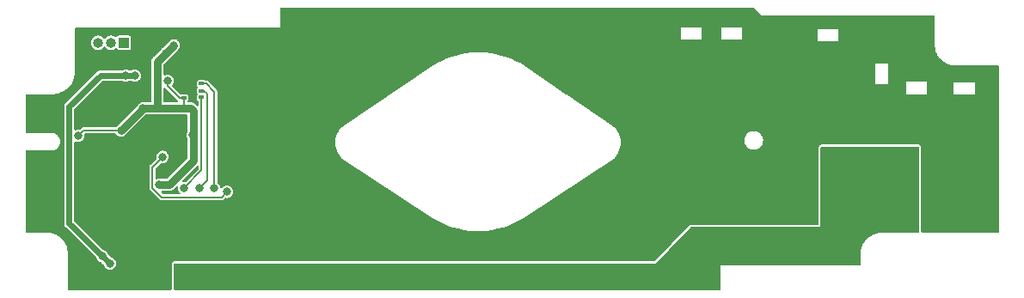
<source format=gbr>
%TF.GenerationSoftware,KiCad,Pcbnew,(7.0.0-40-g49f6a63a06)*%
%TF.CreationDate,2023-02-16T00:57:38+00:00*%
%TF.ProjectId,OPSX,4f505358-2e6b-4696-9361-645f70636258,rev?*%
%TF.SameCoordinates,PX6578900PY6a86820*%
%TF.FileFunction,Copper,L2,Bot*%
%TF.FilePolarity,Positive*%
%FSLAX46Y46*%
G04 Gerber Fmt 4.6, Leading zero omitted, Abs format (unit mm)*
G04 Created by KiCad (PCBNEW (7.0.0-40-g49f6a63a06)) date 2023-02-16 00:57:38*
%MOMM*%
%LPD*%
G01*
G04 APERTURE LIST*
%TA.AperFunction,ComponentPad*%
%ADD10C,0.600000*%
%TD*%
%TA.AperFunction,SMDPad,CuDef*%
%ADD11R,0.500000X1.600000*%
%TD*%
%TA.AperFunction,ComponentPad*%
%ADD12R,1.000000X1.000000*%
%TD*%
%TA.AperFunction,ComponentPad*%
%ADD13O,1.000000X1.000000*%
%TD*%
%TA.AperFunction,SMDPad,CuDef*%
%ADD14R,0.475000X0.300000*%
%TD*%
%TA.AperFunction,SMDPad,CuDef*%
%ADD15R,0.650000X1.350000*%
%TD*%
%TA.AperFunction,ViaPad*%
%ADD16C,0.800000*%
%TD*%
%TA.AperFunction,Conductor*%
%ADD17C,0.200000*%
%TD*%
%TA.AperFunction,Conductor*%
%ADD18C,0.800000*%
%TD*%
%TA.AperFunction,Conductor*%
%ADD19C,0.600000*%
%TD*%
G04 APERTURE END LIST*
D10*
%TO.P,U2,57,GND*%
%TO.N,GND*%
X6905000Y12525000D03*
X8180000Y12525000D03*
X9455000Y12525000D03*
X6905000Y13800000D03*
X8180000Y13800000D03*
X9455000Y13800000D03*
X6905000Y15075000D03*
X8180000Y15075000D03*
X9455000Y15075000D03*
%TD*%
%TO.P,U4,7,PAD*%
%TO.N,GND*%
X8200000Y4350000D03*
D11*
X8199999Y3899999D03*
D10*
X8200000Y3450000D03*
%TD*%
D12*
%TO.P,J1,1,Pin_1*%
%TO.N,VBUS*%
X3792499Y22749999D03*
D13*
%TO.P,J1,2,Pin_2*%
%TO.N,/USB_D-*%
X2522499Y22749999D03*
%TO.P,J1,3,Pin_3*%
%TO.N,/USB_D+*%
X1252499Y22749999D03*
%TO.P,J1,4,Pin_4*%
%TO.N,GND*%
X-17499Y22749999D03*
%TD*%
D14*
%TO.P,U5,1,VCC*%
%TO.N,+3V3*%
X9684999Y17339999D03*
%TO.P,U5,2,GND*%
%TO.N,GND*%
X9684999Y17989999D03*
%TO.P,U5,3,AD*%
X9684999Y18689999D03*
%TO.P,U5,4,INT*%
%TO.N,Net-(R18-Pad1)*%
X11434999Y18714999D03*
%TO.P,U5,5,SCL*%
%TO.N,/GPIO11*%
X11434999Y18014999D03*
%TO.P,U5,6,SDA*%
%TO.N,/GPIO10*%
X11434999Y17364999D03*
D15*
%TO.P,U5,7,EP*%
%TO.N,GND*%
X10559999Y17989999D03*
%TD*%
D16*
%TO.N,GND*%
X13300000Y20400000D03*
X88500000Y11100002D03*
X74800000Y21800000D03*
X9300000Y19900000D03*
X55800000Y14000000D03*
X19000000Y20400000D03*
X79000000Y15800000D03*
X62500000Y11900000D03*
X19000000Y23300000D03*
X84300000Y7600000D03*
X88500000Y15200000D03*
X5800000Y20800000D03*
X-3900000Y5800000D03*
X15100000Y6500000D03*
X62500000Y14000000D03*
X88500000Y13833334D03*
X72800000Y18600000D03*
X62500000Y20100000D03*
X12900000Y3500000D03*
X58100000Y20100000D03*
X-3900000Y15100000D03*
X17100000Y20400000D03*
X66900000Y20100000D03*
X60300000Y20100000D03*
X19000000Y21900000D03*
X74300000Y15800000D03*
X64700000Y20100000D03*
X17150000Y13900000D03*
X15100000Y2000000D03*
X-3900000Y7300000D03*
X17150000Y12700000D03*
X-800000Y2400000D03*
X88500000Y9733336D03*
X4600000Y20800000D03*
X74800000Y18600000D03*
X1200000Y4200000D03*
X60300000Y11900000D03*
X80700000Y15800000D03*
X53500000Y20100000D03*
X9300000Y21300000D03*
X55800000Y5800000D03*
X85100000Y4800000D03*
X15100000Y20400000D03*
X-3900000Y8800000D03*
X17150000Y15100000D03*
X14000000Y5000000D03*
X83100000Y5000000D03*
X14000000Y2000000D03*
X62500000Y5800000D03*
X14000000Y3500000D03*
X83200000Y7900000D03*
X-3900000Y16400000D03*
X74800000Y20200000D03*
X53500000Y5800000D03*
X72800000Y20200000D03*
X1500000Y8350000D03*
X64700000Y5800000D03*
X72800000Y15800000D03*
X2700000Y10900000D03*
X7500000Y6600000D03*
X4500000Y10000000D03*
X60300000Y14000000D03*
X15100000Y3500000D03*
X75800000Y15800000D03*
X72800000Y21800000D03*
X60300000Y5800000D03*
X88500000Y16566666D03*
X12900000Y5000000D03*
X58100000Y14000000D03*
X15100000Y5000000D03*
X200000Y5350000D03*
X12900000Y2000000D03*
X-3900000Y10300000D03*
X84100000Y5000000D03*
X58100000Y11900000D03*
X6500000Y6600000D03*
X8500000Y6600000D03*
X55800000Y20100000D03*
X88500000Y8366666D03*
X58100000Y5800000D03*
X17150000Y11500000D03*
X88500000Y12466668D03*
X66900000Y5800000D03*
X55800000Y11900000D03*
X77300000Y15800000D03*
%TO.N,+3V3*%
X8700000Y22500000D03*
X10581165Y13700500D03*
X7950000Y21750000D03*
X7280000Y8749500D03*
X8250000Y8750000D03*
X8084177Y19001629D03*
X5659260Y16254417D03*
X-700500Y13575000D03*
X3500000Y14100500D03*
%TO.N,+6V*%
X66300000Y3100000D03*
X1650000Y1700000D03*
X12900000Y500000D03*
X67600000Y3100000D03*
X79560000Y10400000D03*
X14000000Y500000D03*
X76440000Y11800000D03*
X10700000Y-600000D03*
X11800000Y500000D03*
X68800000Y3100000D03*
X78000000Y11800000D03*
X15100000Y500000D03*
X73320000Y11800000D03*
X4850000Y19500000D03*
X74880000Y11800000D03*
X12900000Y-600000D03*
X14000000Y-600000D03*
X66300000Y2200000D03*
X9600000Y-600000D03*
X73320000Y10400000D03*
X78000000Y10400000D03*
X79560000Y11800000D03*
X2400000Y1000000D03*
X68800000Y2200000D03*
X15100000Y-600000D03*
X76440000Y10400000D03*
X67600000Y2200000D03*
X74880000Y10400000D03*
X81120000Y10400000D03*
X81120000Y11800000D03*
X11800000Y-600000D03*
X3950000Y19500000D03*
%TO.N,Net-(R18-Pad1)*%
X12700000Y8400000D03*
%TO.N,/GPIO4*%
X13950000Y8050000D03*
X7600000Y11500000D03*
%TO.N,/GPIO10*%
X9700000Y8425000D03*
%TO.N,/GPIO11*%
X11200000Y8400000D03*
%TD*%
D17*
%TO.N,+3V3*%
X-175000Y14100500D02*
X-700500Y13575000D01*
D18*
X10650000Y11150000D02*
X10650000Y16000000D01*
D17*
X9685000Y17340000D02*
X9685000Y16485000D01*
X9247500Y17340000D02*
X9685000Y17340000D01*
X9685000Y16485000D02*
X9500000Y16300000D01*
X8084177Y19001629D02*
X8084177Y18503323D01*
D18*
X7280500Y8750000D02*
X7280000Y8749500D01*
D17*
X3500000Y14100500D02*
X-175000Y14100500D01*
D18*
X8250000Y8750000D02*
X10650000Y11150000D01*
X10350000Y16300000D02*
X9500000Y16300000D01*
X8700000Y22500000D02*
X7950000Y21750000D01*
D17*
X8084177Y18503323D02*
X9247500Y17340000D01*
D18*
X9500000Y16300000D02*
X7100000Y16300000D01*
X7100000Y16300000D02*
X5699500Y16300000D01*
X10650000Y16000000D02*
X10350000Y16300000D01*
X5699500Y16300000D02*
X3500000Y14100500D01*
X7100000Y20900000D02*
X7950000Y21750000D01*
X7100000Y16300000D02*
X7100000Y20900000D01*
X8250000Y8750000D02*
X7280500Y8750000D01*
D19*
%TO.N,+6V*%
X1650000Y1700000D02*
X1700000Y1700000D01*
X1700000Y1700000D02*
X2400000Y1000000D01*
X1450000Y19500000D02*
X3950000Y19500000D01*
X-1600000Y4950000D02*
X-1600000Y16450000D01*
X3950000Y19500000D02*
X4850000Y19500000D01*
X-1600000Y16450000D02*
X1450000Y19500000D01*
X1650000Y1700000D02*
X-1600000Y4950000D01*
D17*
%TO.N,Net-(R18-Pad1)*%
X12700000Y8400000D02*
X12700000Y17887500D01*
X11872500Y18715000D02*
X11435000Y18715000D01*
X12700000Y17887500D02*
X11872500Y18715000D01*
%TO.N,/GPIO4*%
X6580489Y10480489D02*
X7600000Y11500000D01*
X6580489Y8459752D02*
X6580489Y10480489D01*
X13400000Y7500000D02*
X7540241Y7500000D01*
X13950000Y8050000D02*
X13400000Y7500000D01*
X7540241Y7500000D02*
X6580489Y8459752D01*
%TO.N,/GPIO10*%
X9700000Y8425000D02*
X11435000Y10160000D01*
X11435000Y10160000D02*
X11435000Y17365000D01*
%TO.N,/GPIO11*%
X11972011Y9172011D02*
X11972011Y17727989D01*
X11685000Y18015000D02*
X11435000Y18015000D01*
X11200000Y8400000D02*
X11972011Y9172011D01*
X11972011Y17727989D02*
X11685000Y18015000D01*
%TD*%
%TA.AperFunction,Conductor*%
%TO.N,GND*%
G36*
X9050412Y8606176D02*
G01*
X9093936Y8564054D01*
X9104779Y8504464D01*
X9100654Y8473129D01*
X9094318Y8425000D01*
X9095165Y8418566D01*
X9114108Y8274674D01*
X9114109Y8274669D01*
X9114956Y8268238D01*
X9117439Y8262242D01*
X9117440Y8262241D01*
X9165934Y8145165D01*
X9175464Y8122159D01*
X9271718Y7996718D01*
X9276871Y7992764D01*
X9296057Y7978042D01*
X9330527Y7928238D01*
X9329536Y7867677D01*
X9293455Y7819028D01*
X9235790Y7800500D01*
X7705720Y7800500D01*
X7667834Y7808036D01*
X7635716Y7829496D01*
X7484716Y7980496D01*
X7457622Y8031186D01*
X7463256Y8088386D01*
X7499719Y8132815D01*
X7554720Y8149500D01*
X8204151Y8149500D01*
X8217072Y8148654D01*
X8250000Y8144318D01*
X8406762Y8164956D01*
X8552841Y8225464D01*
X8570569Y8239067D01*
X8678282Y8321718D01*
X8698505Y8348076D01*
X8707028Y8357795D01*
X8936624Y8587391D01*
X8990499Y8615063D01*
X9050412Y8606176D01*
G37*
%TD.AperFunction*%
%TA.AperFunction,Conductor*%
G36*
X11073386Y10637722D02*
G01*
X11117815Y10601259D01*
X11134500Y10546258D01*
X11134500Y10325479D01*
X11126964Y10287593D01*
X11105504Y10255475D01*
X9894208Y9044181D01*
X9856027Y9020439D01*
X9811282Y9016032D01*
X9706434Y9029835D01*
X9700000Y9030682D01*
X9693566Y9029835D01*
X9693565Y9029835D01*
X9620536Y9020221D01*
X9560946Y9031064D01*
X9518824Y9074588D01*
X9509937Y9134501D01*
X9537609Y9188376D01*
X10965496Y10616263D01*
X11016186Y10643356D01*
X11073386Y10637722D01*
G37*
%TD.AperFunction*%
%TA.AperFunction,Conductor*%
G36*
X65810746Y26187969D02*
G01*
X65841968Y26168283D01*
X66605629Y25456759D01*
X66605667Y25456667D01*
X66605775Y25456623D01*
X66605781Y25456617D01*
X66605863Y25456587D01*
X66605951Y25456550D01*
X66605960Y25456550D01*
X66606069Y25456509D01*
X66606159Y25456550D01*
X83536150Y25456550D01*
X83585650Y25443287D01*
X83621887Y25407050D01*
X83635150Y25357550D01*
X83635150Y22592850D01*
X83635150Y22592350D01*
X83635147Y22456117D01*
X83635569Y22452906D01*
X83635570Y22452901D01*
X83670280Y22189205D01*
X83670281Y22189196D01*
X83670705Y22185981D01*
X83671542Y22182855D01*
X83671545Y22182843D01*
X83740383Y21925921D01*
X83741220Y21922798D01*
X83742455Y21919815D01*
X83742458Y21919808D01*
X83844242Y21674073D01*
X83844245Y21674066D01*
X83845486Y21671071D01*
X83847106Y21668265D01*
X83847109Y21668259D01*
X83910483Y21558491D01*
X83981717Y21435108D01*
X83983686Y21432542D01*
X83983690Y21432536D01*
X84067637Y21323134D01*
X84147583Y21218945D01*
X84340245Y21026283D01*
X84447293Y20944143D01*
X84547733Y20867073D01*
X84556408Y20860417D01*
X84792371Y20724186D01*
X85044098Y20619920D01*
X85307281Y20549405D01*
X85577417Y20513847D01*
X85713650Y20513850D01*
X85714150Y20513850D01*
X89872250Y20513850D01*
X89921750Y20500587D01*
X89957987Y20464350D01*
X89971250Y20414850D01*
X89971250Y4122450D01*
X89957987Y4072950D01*
X89921750Y4036713D01*
X89872250Y4023450D01*
X82404500Y4023450D01*
X82355000Y4036713D01*
X82318763Y4072950D01*
X82305500Y4122450D01*
X82305500Y12397759D01*
X82305500Y12401000D01*
X82298498Y12454185D01*
X82285235Y12503685D01*
X82264706Y12553249D01*
X82232047Y12595810D01*
X82195810Y12632047D01*
X82185813Y12639718D01*
X82158402Y12660752D01*
X82158401Y12660753D01*
X82153249Y12664706D01*
X82132435Y12673327D01*
X82106677Y12683996D01*
X82106673Y12683998D01*
X82103685Y12685235D01*
X82100559Y12686073D01*
X82100555Y12686074D01*
X82057315Y12697660D01*
X82057305Y12697662D01*
X82054185Y12698498D01*
X82050980Y12698920D01*
X82050970Y12698922D01*
X82004213Y12705077D01*
X82004212Y12705078D01*
X82001000Y12705500D01*
X72499000Y12705500D01*
X72495788Y12705078D01*
X72495786Y12705077D01*
X72449029Y12698922D01*
X72449016Y12698920D01*
X72445815Y12698498D01*
X72442697Y12697663D01*
X72442684Y12697660D01*
X72399444Y12686074D01*
X72399435Y12686072D01*
X72396315Y12685235D01*
X72393331Y12684000D01*
X72393322Y12683996D01*
X72352750Y12667191D01*
X72352748Y12667191D01*
X72346751Y12664706D01*
X72341601Y12660755D01*
X72341597Y12660752D01*
X72306765Y12634024D01*
X72306755Y12634016D01*
X72304190Y12632047D01*
X72301908Y12629766D01*
X72301900Y12629758D01*
X72270242Y12598100D01*
X72270234Y12598092D01*
X72267953Y12595810D01*
X72265984Y12593245D01*
X72265976Y12593235D01*
X72239248Y12558403D01*
X72239245Y12558399D01*
X72235294Y12553249D01*
X72232809Y12547252D01*
X72232809Y12547250D01*
X72216004Y12506678D01*
X72216000Y12506669D01*
X72214765Y12503685D01*
X72213928Y12500565D01*
X72213926Y12500556D01*
X72202340Y12457316D01*
X72202337Y12457303D01*
X72201502Y12454185D01*
X72201080Y12450984D01*
X72201078Y12450971D01*
X72197465Y12423522D01*
X72194500Y12401000D01*
X72194500Y12397759D01*
X72194500Y4904500D01*
X72181237Y4855000D01*
X72145000Y4818763D01*
X72095500Y4805500D01*
X59642674Y4805500D01*
X59640185Y4805246D01*
X59640167Y4805245D01*
X59603644Y4801516D01*
X59603625Y4801514D01*
X59601146Y4801260D01*
X59598695Y4800755D01*
X59598680Y4800752D01*
X59566896Y4794193D01*
X59561958Y4793174D01*
X59557337Y4791183D01*
X59557330Y4791180D01*
X59490309Y4762291D01*
X59490304Y4762289D01*
X59485682Y4760296D01*
X59481555Y4757409D01*
X59481552Y4757407D01*
X59454956Y4738800D01*
X59454946Y4738793D01*
X59452896Y4737358D01*
X59451004Y4735725D01*
X59450988Y4735712D01*
X59423217Y4711734D01*
X59423206Y4711724D01*
X59421299Y4710077D01*
X59419572Y4708250D01*
X59419560Y4708237D01*
X56140720Y1236524D01*
X56107934Y1213586D01*
X56068746Y1205500D01*
X8799000Y1205500D01*
X8795788Y1205078D01*
X8795786Y1205077D01*
X8749029Y1198922D01*
X8749016Y1198920D01*
X8745815Y1198498D01*
X8742697Y1197663D01*
X8742684Y1197660D01*
X8699444Y1186074D01*
X8699435Y1186072D01*
X8696315Y1185235D01*
X8693331Y1184000D01*
X8693322Y1183996D01*
X8652750Y1167191D01*
X8652748Y1167191D01*
X8646751Y1164706D01*
X8641601Y1160755D01*
X8641597Y1160752D01*
X8606765Y1134024D01*
X8606755Y1134016D01*
X8604190Y1132047D01*
X8601908Y1129766D01*
X8601900Y1129758D01*
X8570242Y1098100D01*
X8570234Y1098092D01*
X8567953Y1095810D01*
X8565984Y1093245D01*
X8565976Y1093235D01*
X8539248Y1058403D01*
X8539245Y1058399D01*
X8535294Y1053249D01*
X8532809Y1047252D01*
X8532809Y1047250D01*
X8516004Y1006678D01*
X8516000Y1006669D01*
X8514765Y1003685D01*
X8513928Y1000565D01*
X8513926Y1000556D01*
X8502340Y957316D01*
X8502337Y957303D01*
X8501502Y954185D01*
X8501080Y950984D01*
X8501078Y950971D01*
X8494923Y904214D01*
X8494500Y901000D01*
X8494500Y897759D01*
X8494500Y-1515850D01*
X8481237Y-1565350D01*
X8445000Y-1601587D01*
X8395500Y-1614850D01*
X-1645850Y-1614850D01*
X-1695350Y-1601587D01*
X-1731587Y-1565350D01*
X-1744850Y-1515850D01*
X-1744849Y1078460D01*
X-1744848Y1992349D01*
X-1744849Y1992350D01*
X-1744852Y2126056D01*
X-1779787Y2391378D01*
X-1849055Y2649871D01*
X-1951469Y2897111D01*
X-2085277Y3128869D01*
X-2248190Y3341180D01*
X-2437420Y3530410D01*
X-2439979Y3532374D01*
X-2439984Y3532378D01*
X-2647169Y3691357D01*
X-2649731Y3693323D01*
X-2652527Y3694938D01*
X-2652531Y3694940D01*
X-2878681Y3825510D01*
X-2878684Y3825512D01*
X-2881489Y3827131D01*
X-2884480Y3828370D01*
X-2884482Y3828371D01*
X-3125739Y3928307D01*
X-3125747Y3928310D01*
X-3128729Y3929545D01*
X-3131851Y3930382D01*
X-3131861Y3930385D01*
X-3384090Y3997974D01*
X-3384095Y3997975D01*
X-3387222Y3998813D01*
X-3407610Y4001498D01*
X-3649333Y4033326D01*
X-3649345Y4033327D01*
X-3652544Y4033748D01*
X-3655772Y4033749D01*
X-3655785Y4033749D01*
X-3786251Y4033752D01*
X-5812250Y4033752D01*
X-5861750Y4047015D01*
X-5897987Y4083252D01*
X-5911250Y4132752D01*
X-5911250Y4986073D01*
X-2104359Y4986073D01*
X-2103854Y4979012D01*
X-2103854Y4979010D01*
X-2100752Y4935644D01*
X-2100500Y4928581D01*
X-2100500Y4914201D01*
X-2100000Y4910717D01*
X-2099998Y4910701D01*
X-2098453Y4899958D01*
X-2097698Y4892937D01*
X-2094091Y4842517D01*
X-2091620Y4835889D01*
X-2091618Y4835884D01*
X-2091467Y4835480D01*
X-2086236Y4814986D01*
X-2086175Y4814557D01*
X-2086173Y4814548D01*
X-2085165Y4807543D01*
X-2082225Y4801104D01*
X-2082224Y4801103D01*
X-2064165Y4761559D01*
X-2061461Y4755030D01*
X-2046270Y4714300D01*
X-2046268Y4714296D01*
X-2043796Y4707669D01*
X-2039558Y4702008D01*
X-2039556Y4702004D01*
X-2039294Y4701655D01*
X-2028496Y4683456D01*
X-2025377Y4676627D01*
X-1992272Y4638422D01*
X-1987853Y4632938D01*
X-1979221Y4621407D01*
X-1976726Y4618912D01*
X-1969039Y4611225D01*
X-1964224Y4606052D01*
X-1931128Y4567857D01*
X-1924814Y4563799D01*
X-1908334Y4550520D01*
X1036039Y1606147D01*
X1054823Y1579935D01*
X1062128Y1555859D01*
X1062429Y1555939D01*
X1064109Y1549666D01*
X1064956Y1543238D01*
X1067435Y1537251D01*
X1067437Y1537247D01*
X1122980Y1403155D01*
X1125464Y1397159D01*
X1129413Y1392012D01*
X1129414Y1392011D01*
X1202436Y1296846D01*
X1221718Y1271718D01*
X1347159Y1175464D01*
X1493238Y1114956D01*
X1556644Y1106609D01*
X1587508Y1097247D01*
X1613726Y1078460D01*
X1786039Y906147D01*
X1804823Y879935D01*
X1812128Y855859D01*
X1812429Y855939D01*
X1814109Y849666D01*
X1814956Y843238D01*
X1817435Y837251D01*
X1817437Y837247D01*
X1872980Y703155D01*
X1875464Y697159D01*
X1879413Y692012D01*
X1879414Y692011D01*
X1953429Y595552D01*
X1971718Y571718D01*
X2097159Y475464D01*
X2243238Y414956D01*
X2400000Y394318D01*
X2556762Y414956D01*
X2702841Y475464D01*
X2828282Y571718D01*
X2924536Y697159D01*
X2985044Y843238D01*
X3005682Y1000000D01*
X2985044Y1156762D01*
X2924536Y1302841D01*
X2828282Y1428282D01*
X2702841Y1524536D01*
X2696847Y1527019D01*
X2696845Y1527020D01*
X2562753Y1582563D01*
X2562749Y1582565D01*
X2556762Y1585044D01*
X2550334Y1585891D01*
X2544061Y1587571D01*
X2544141Y1587872D01*
X2520065Y1595177D01*
X2493853Y1613961D01*
X2237647Y1870167D01*
X2216187Y1902286D01*
X2191550Y1961765D01*
X2174536Y2002841D01*
X2078282Y2128282D01*
X1986069Y2199039D01*
X1957989Y2220586D01*
X1957988Y2220587D01*
X1952841Y2224536D01*
X1946847Y2227019D01*
X1946845Y2227020D01*
X1812753Y2282563D01*
X1812749Y2282565D01*
X1806762Y2285044D01*
X1800334Y2285891D01*
X1794061Y2287571D01*
X1794141Y2287872D01*
X1770065Y2295177D01*
X1743853Y2313961D01*
X-1070504Y5128318D01*
X-1091964Y5160436D01*
X-1099500Y5198322D01*
X-1099500Y12942130D01*
X-1087810Y12988798D01*
X-1055502Y13024445D01*
X-1010204Y13040653D01*
X-962615Y13033594D01*
X-863263Y12992441D01*
X-863259Y12992440D01*
X-857262Y12989956D01*
X-700500Y12969318D01*
X-543738Y12989956D01*
X-397659Y13050464D01*
X-272218Y13146718D01*
X-175964Y13272159D01*
X-115456Y13418238D01*
X-94818Y13575000D01*
X-109469Y13686286D01*
X-105058Y13731043D01*
X-81301Y13769229D01*
X-79508Y13771023D01*
X-47395Y13792469D01*
X-9522Y13800000D01*
X2924846Y13800000D01*
X2968632Y13789790D01*
X3003387Y13761269D01*
X3071718Y13672218D01*
X3197159Y13575964D01*
X3343238Y13515456D01*
X3450134Y13501383D01*
X3468682Y13498941D01*
X3500000Y13494818D01*
X3656762Y13515456D01*
X3802841Y13575964D01*
X3819985Y13589119D01*
X3928282Y13672218D01*
X3948505Y13698576D01*
X3957028Y13708295D01*
X5919238Y15670504D01*
X5951357Y15691964D01*
X5989243Y15699500D01*
X7054151Y15699500D01*
X7067072Y15698654D01*
X7100000Y15694318D01*
X7132927Y15698654D01*
X7145849Y15699500D01*
X9460639Y15699500D01*
X9539361Y15699500D01*
X9950500Y15699500D01*
X10000000Y15686237D01*
X10036237Y15650000D01*
X10049500Y15600500D01*
X10049500Y14005823D01*
X10041964Y13967937D01*
X10010738Y13892550D01*
X9996121Y13857262D01*
X9995274Y13850834D01*
X9995273Y13850827D01*
X9982334Y13752541D01*
X9975483Y13700500D01*
X9976330Y13694066D01*
X9995273Y13550174D01*
X9995274Y13550169D01*
X9996121Y13543738D01*
X9998604Y13537742D01*
X9998605Y13537741D01*
X10041964Y13433063D01*
X10049500Y13395177D01*
X10049500Y11439743D01*
X10041964Y11401857D01*
X10020504Y11369739D01*
X8030261Y9379496D01*
X7998143Y9358036D01*
X7960257Y9350500D01*
X7326349Y9350500D01*
X7313427Y9351347D01*
X7280500Y9355682D01*
X7274066Y9354835D01*
X7241139Y9350500D01*
X7130173Y9335892D01*
X7130166Y9335891D01*
X7123738Y9335044D01*
X7117743Y9332561D01*
X7117740Y9332560D01*
X7017875Y9291194D01*
X6970285Y9284135D01*
X6924988Y9300342D01*
X6892679Y9335990D01*
X6880989Y9382658D01*
X6880989Y10315010D01*
X6888525Y10352896D01*
X6909985Y10385013D01*
X7405789Y10880819D01*
X7443970Y10904562D01*
X7488714Y10908969D01*
X7600000Y10894318D01*
X7756762Y10914956D01*
X7902841Y10975464D01*
X8028282Y11071718D01*
X8124536Y11197159D01*
X8185044Y11343238D01*
X8205682Y11500000D01*
X8185044Y11656762D01*
X8124536Y11802841D01*
X8028282Y11928282D01*
X7902841Y12024536D01*
X7896847Y12027019D01*
X7896845Y12027020D01*
X7762759Y12082560D01*
X7762758Y12082561D01*
X7756762Y12085044D01*
X7750331Y12085891D01*
X7750326Y12085892D01*
X7606434Y12104835D01*
X7600000Y12105682D01*
X7593566Y12104835D01*
X7449673Y12085892D01*
X7449666Y12085891D01*
X7443238Y12085044D01*
X7437243Y12082561D01*
X7437240Y12082560D01*
X7303154Y12027020D01*
X7303149Y12027018D01*
X7297159Y12024536D01*
X7292015Y12020589D01*
X7292010Y12020586D01*
X7176871Y11932237D01*
X7176866Y11932233D01*
X7171718Y11928282D01*
X7167767Y11923134D01*
X7167763Y11923129D01*
X7079414Y11807990D01*
X7079411Y11807985D01*
X7075464Y11802841D01*
X7072982Y11796851D01*
X7072980Y11796846D01*
X7017440Y11662760D01*
X7014956Y11656762D01*
X7014109Y11650334D01*
X7014108Y11650327D01*
X6996589Y11517250D01*
X6994318Y11500000D01*
X6995165Y11493566D01*
X7008968Y11388718D01*
X7004561Y11343973D01*
X6980819Y11305792D01*
X6405620Y10730593D01*
X6401630Y10727122D01*
X6396261Y10724447D01*
X6390084Y10717672D01*
X6390082Y10717670D01*
X6364630Y10689752D01*
X6361479Y10686452D01*
X6351552Y10676525D01*
X6351543Y10676515D01*
X6348315Y10673286D01*
X6345729Y10669514D01*
X6342810Y10665997D01*
X6342667Y10666116D01*
X6339746Y10662456D01*
X6326750Y10648199D01*
X6326748Y10648197D01*
X6320573Y10641422D01*
X6317261Y10632876D01*
X6317259Y10632871D01*
X6317018Y10632248D01*
X6306387Y10612080D01*
X6306019Y10611543D01*
X6306016Y10611539D01*
X6300833Y10603970D01*
X6298733Y10595043D01*
X6298731Y10595038D01*
X6294319Y10576282D01*
X6290266Y10563194D01*
X6283302Y10545218D01*
X6283300Y10545211D01*
X6279989Y10536662D01*
X6279989Y10527490D01*
X6279989Y10526837D01*
X6277359Y10504171D01*
X6277210Y10503539D01*
X6277209Y10503536D01*
X6275110Y10494608D01*
X6276376Y10485526D01*
X6276377Y10485526D01*
X6279040Y10466436D01*
X6279989Y10452758D01*
X6279989Y8512950D01*
X6279623Y8507678D01*
X6277716Y8501987D01*
X6278139Y8492825D01*
X6278139Y8492820D01*
X6279883Y8455110D01*
X6279989Y8450538D01*
X6279989Y8431908D01*
X6280831Y8427401D01*
X6281253Y8422853D01*
X6281055Y8422835D01*
X6281590Y8418176D01*
X6282480Y8398928D01*
X6282904Y8389760D01*
X6286874Y8380768D01*
X6293621Y8358980D01*
X6295428Y8349319D01*
X6300255Y8341522D01*
X6300256Y8341521D01*
X6310400Y8325137D01*
X6316789Y8313016D01*
X6328283Y8286987D01*
X6334767Y8280503D01*
X6335232Y8280038D01*
X6349397Y8262154D01*
X6354570Y8253800D01*
X6361892Y8248271D01*
X6377261Y8236665D01*
X6387605Y8227665D01*
X7290137Y7325133D01*
X7293608Y7321144D01*
X7296283Y7315772D01*
X7303059Y7309595D01*
X7330965Y7284155D01*
X7334272Y7280998D01*
X7347444Y7267826D01*
X7351214Y7265243D01*
X7354737Y7262318D01*
X7354603Y7262157D01*
X7358280Y7259254D01*
X7379308Y7240084D01*
X7388467Y7236536D01*
X7408657Y7225895D01*
X7416760Y7220344D01*
X7425688Y7218245D01*
X7425691Y7218243D01*
X7444448Y7213831D01*
X7457547Y7209775D01*
X7484068Y7199500D01*
X7493893Y7199500D01*
X7516559Y7196870D01*
X7516879Y7196796D01*
X7526122Y7194621D01*
X7554294Y7198552D01*
X7567972Y7199500D01*
X13346802Y7199500D01*
X13352074Y7199135D01*
X13357765Y7197227D01*
X13404641Y7199394D01*
X13409214Y7199500D01*
X13423265Y7199500D01*
X13427844Y7199500D01*
X13432344Y7200342D01*
X13436907Y7200765D01*
X13436926Y7200554D01*
X13441572Y7201102D01*
X13469992Y7202415D01*
X13478980Y7206385D01*
X13500778Y7213135D01*
X13510433Y7214939D01*
X13534617Y7229914D01*
X13546738Y7236302D01*
X13555303Y7240084D01*
X13572765Y7247794D01*
X13579713Y7254743D01*
X13597596Y7268908D01*
X13605952Y7274081D01*
X13623096Y7296785D01*
X13632082Y7307113D01*
X13755791Y7430822D01*
X13793971Y7454562D01*
X13838714Y7458969D01*
X13950000Y7444318D01*
X14106762Y7464956D01*
X14252841Y7525464D01*
X14378282Y7621718D01*
X14474536Y7747159D01*
X14535044Y7893238D01*
X14555682Y8050000D01*
X14535044Y8206762D01*
X14474536Y8352841D01*
X14378282Y8478282D01*
X14338550Y8508769D01*
X14257989Y8570586D01*
X14257988Y8570587D01*
X14252841Y8574536D01*
X14246847Y8577019D01*
X14246845Y8577020D01*
X14112759Y8632560D01*
X14112758Y8632561D01*
X14106762Y8635044D01*
X14100331Y8635891D01*
X14100326Y8635892D01*
X13956434Y8654835D01*
X13950000Y8655682D01*
X13943566Y8654835D01*
X13799673Y8635892D01*
X13799666Y8635891D01*
X13793238Y8635044D01*
X13787243Y8632561D01*
X13787240Y8632560D01*
X13653154Y8577020D01*
X13653149Y8577018D01*
X13647159Y8574536D01*
X13642015Y8570589D01*
X13642010Y8570586D01*
X13526871Y8482237D01*
X13526866Y8482233D01*
X13521718Y8478282D01*
X13517767Y8473134D01*
X13517766Y8473132D01*
X13474021Y8416122D01*
X13427301Y8382644D01*
X13369855Y8380763D01*
X13321047Y8411115D01*
X13297326Y8463468D01*
X13292612Y8499273D01*
X13285044Y8556762D01*
X13224536Y8702841D01*
X13128282Y8828282D01*
X13039231Y8896613D01*
X13010710Y8931368D01*
X13000500Y8975154D01*
X13000500Y12933513D01*
X24602979Y12933513D01*
X24603127Y12930295D01*
X24603127Y12930293D01*
X24615730Y12656272D01*
X24615889Y12652828D01*
X24616454Y12649652D01*
X24616455Y12649644D01*
X24664543Y12379357D01*
X24664544Y12379350D01*
X24665107Y12376190D01*
X24666073Y12373132D01*
X24666074Y12373131D01*
X24747689Y12114956D01*
X24749801Y12108277D01*
X24751158Y12105367D01*
X24751161Y12105359D01*
X24867178Y11856537D01*
X24867181Y11856531D01*
X24868540Y11853617D01*
X24870262Y11850908D01*
X24870266Y11850902D01*
X25016129Y11621527D01*
X25019316Y11616515D01*
X25021381Y11614045D01*
X25021384Y11614042D01*
X25190650Y11411656D01*
X25199580Y11400979D01*
X25302927Y11305899D01*
X25302952Y11305862D01*
X25302996Y11305833D01*
X25303338Y11305519D01*
X25303389Y11305575D01*
X25309702Y11301425D01*
X25309707Y11301421D01*
X33957158Y5616252D01*
X33957138Y5616223D01*
X33957926Y5615808D01*
X34187693Y5462659D01*
X34193961Y5459049D01*
X34666571Y5186852D01*
X34666581Y5186847D01*
X34667966Y5186049D01*
X35165260Y4941356D01*
X35677457Y4729625D01*
X36202374Y4551757D01*
X36737776Y4408509D01*
X37281382Y4300491D01*
X37830877Y4228165D01*
X38383919Y4191837D01*
X38938153Y4191663D01*
X39491218Y4227644D01*
X40040758Y4299625D01*
X40584432Y4407301D01*
X41119924Y4550213D01*
X41644952Y4727752D01*
X42157282Y4939162D01*
X42654729Y5183542D01*
X43135176Y5459851D01*
X43365778Y5613345D01*
X52009668Y11314198D01*
X52009717Y11314144D01*
X52010059Y11314455D01*
X52010108Y11314487D01*
X52010281Y11314741D01*
X52114011Y11409185D01*
X52295493Y11623990D01*
X52447473Y11860589D01*
X52567365Y12114956D01*
X52653130Y12382765D01*
X52703309Y12659458D01*
X52717048Y12940328D01*
X52701538Y13129850D01*
X64879480Y13129850D01*
X64880022Y13124693D01*
X64899163Y12942572D01*
X64899164Y12942565D01*
X64899706Y12937413D01*
X64901307Y12932484D01*
X64901308Y12932482D01*
X64929603Y12845400D01*
X64959500Y12753387D01*
X65056248Y12585814D01*
X65185723Y12442017D01*
X65189913Y12438973D01*
X65189915Y12438971D01*
X65242178Y12401000D01*
X65342265Y12328283D01*
X65519033Y12249581D01*
X65708302Y12209350D01*
X65896610Y12209350D01*
X65901798Y12209350D01*
X66091067Y12249581D01*
X66267835Y12328283D01*
X66424377Y12442017D01*
X66553852Y12585814D01*
X66650600Y12753387D01*
X66710394Y12937413D01*
X66730620Y13129850D01*
X66710394Y13322287D01*
X66650600Y13506313D01*
X66553852Y13673886D01*
X66424377Y13817683D01*
X66420187Y13820727D01*
X66420184Y13820730D01*
X66272025Y13928373D01*
X66272023Y13928374D01*
X66267835Y13931417D01*
X66263103Y13933524D01*
X66263101Y13933525D01*
X66095806Y14008009D01*
X66091067Y14010119D01*
X66086000Y14011197D01*
X66085994Y14011198D01*
X65906870Y14049272D01*
X65906869Y14049273D01*
X65901798Y14050350D01*
X65708302Y14050350D01*
X65703231Y14049273D01*
X65703229Y14049272D01*
X65524105Y14011198D01*
X65524097Y14011196D01*
X65519033Y14010119D01*
X65514296Y14008011D01*
X65514293Y14008009D01*
X65346998Y13933525D01*
X65346992Y13933522D01*
X65342265Y13931417D01*
X65338080Y13928377D01*
X65338074Y13928373D01*
X65189915Y13820730D01*
X65189907Y13820724D01*
X65185723Y13817683D01*
X65182256Y13813834D01*
X65182253Y13813830D01*
X65059720Y13677743D01*
X65059716Y13677739D01*
X65056248Y13673886D01*
X65053658Y13669401D01*
X65053655Y13669396D01*
X64962092Y13510803D01*
X64959500Y13506313D01*
X64957898Y13501385D01*
X64957898Y13501383D01*
X64901308Y13327219D01*
X64901307Y13327215D01*
X64899706Y13322287D01*
X64899164Y13317138D01*
X64899163Y13317129D01*
X64883166Y13164924D01*
X64879480Y13129850D01*
X52701538Y13129850D01*
X52694112Y13220597D01*
X52634894Y13495498D01*
X52540399Y13760352D01*
X52516537Y13806954D01*
X52413711Y14007774D01*
X52413708Y14007779D01*
X52412236Y14010654D01*
X52252585Y14242145D01*
X52064162Y14450889D01*
X52061706Y14452982D01*
X52061699Y14452989D01*
X51957204Y14542044D01*
X51957204Y14542045D01*
X51957189Y14542067D01*
X51957129Y14542108D01*
X51956824Y14542368D01*
X51957087Y14542675D01*
X51956988Y14542746D01*
X51956736Y14542376D01*
X47412285Y17642250D01*
X85513109Y17642250D01*
X85513150Y17642151D01*
X85513267Y17641867D01*
X85513650Y17641709D01*
X85513749Y17641750D01*
X87563551Y17641750D01*
X87563650Y17641709D01*
X87564033Y17641867D01*
X87564150Y17642151D01*
X87564191Y17642250D01*
X87564150Y17642349D01*
X87564150Y18842151D01*
X87564191Y18842250D01*
X87564033Y18842633D01*
X87563749Y18842750D01*
X87563650Y18842791D01*
X87563551Y18842750D01*
X85513749Y18842750D01*
X85513650Y18842791D01*
X85513551Y18842750D01*
X85513267Y18842633D01*
X85513109Y18842250D01*
X85513150Y18842151D01*
X85513150Y17642349D01*
X85513109Y17642250D01*
X47412285Y17642250D01*
X47338984Y17692250D01*
X80788109Y17692250D01*
X80788150Y17692151D01*
X80788267Y17691867D01*
X80788650Y17691709D01*
X80788749Y17691750D01*
X82838551Y17691750D01*
X82838650Y17691709D01*
X82839033Y17691867D01*
X82839150Y17692151D01*
X82839191Y17692250D01*
X82839150Y17692349D01*
X82839150Y18892151D01*
X82839191Y18892250D01*
X82839033Y18892633D01*
X82838749Y18892750D01*
X82838650Y18892791D01*
X82838551Y18892750D01*
X80788749Y18892750D01*
X80788650Y18892791D01*
X80788551Y18892750D01*
X80788267Y18892633D01*
X80788109Y18892250D01*
X80788150Y18892151D01*
X80788150Y17692349D01*
X80788109Y17692250D01*
X47338984Y17692250D01*
X45872973Y18692250D01*
X77813109Y18692250D01*
X77813150Y18692151D01*
X77813267Y18691867D01*
X77813650Y18691709D01*
X77813749Y18691750D01*
X79013551Y18691750D01*
X79013650Y18691709D01*
X79014033Y18691867D01*
X79014150Y18692151D01*
X79014191Y18692250D01*
X79014150Y18692349D01*
X79014150Y20692151D01*
X79014191Y20692250D01*
X79014033Y20692633D01*
X79013749Y20692750D01*
X79013650Y20692791D01*
X79013551Y20692750D01*
X77813749Y20692750D01*
X77813650Y20692791D01*
X77813551Y20692750D01*
X77813267Y20692633D01*
X77813109Y20692250D01*
X77813150Y20692151D01*
X77813150Y18692349D01*
X77813109Y18692250D01*
X45872973Y18692250D01*
X43414340Y20369340D01*
X43414343Y20369344D01*
X43414342Y20369345D01*
X43416696Y20372795D01*
X43416547Y20372887D01*
X43414229Y20369420D01*
X43413926Y20369622D01*
X43413943Y20369644D01*
X43206594Y20507864D01*
X43073626Y20585629D01*
X42777617Y20758747D01*
X42777611Y20758750D01*
X42776377Y20759472D01*
X42499999Y20900000D01*
X42333394Y20984713D01*
X42333385Y20984717D01*
X42332117Y20985362D01*
X42016083Y21123321D01*
X41876694Y21184169D01*
X41876686Y21184173D01*
X41875351Y21184755D01*
X41873997Y21185254D01*
X41873981Y21185260D01*
X41409012Y21356461D01*
X41409003Y21356464D01*
X41407656Y21356960D01*
X41406270Y21357380D01*
X41406260Y21357383D01*
X40932035Y21500964D01*
X40932014Y21500970D01*
X40930649Y21501383D01*
X40929257Y21501717D01*
X40929237Y21501722D01*
X40447387Y21617188D01*
X40447381Y21617190D01*
X40445980Y21617525D01*
X40444571Y21617777D01*
X40444567Y21617777D01*
X39956761Y21704727D01*
X39956750Y21704729D01*
X39955323Y21704983D01*
X39953875Y21705155D01*
X39953862Y21705156D01*
X39461834Y21763284D01*
X39461821Y21763286D01*
X39460375Y21763456D01*
X39458944Y21763541D01*
X39458913Y21763543D01*
X38964289Y21792657D01*
X38962845Y21792742D01*
X38961429Y21792743D01*
X38961397Y21792743D01*
X38714150Y21792750D01*
X38713650Y21792750D01*
X38713150Y21792750D01*
X38713150Y21792735D01*
X38713044Y21792721D01*
X38465903Y21792714D01*
X38465870Y21792714D01*
X38464456Y21792713D01*
X38463012Y21792629D01*
X38463011Y21792628D01*
X37968389Y21763514D01*
X37968355Y21763512D01*
X37966928Y21763427D01*
X37965484Y21763257D01*
X37965468Y21763255D01*
X37473441Y21705127D01*
X37473423Y21705125D01*
X37471981Y21704954D01*
X37470558Y21704701D01*
X37470542Y21704698D01*
X36982738Y21617748D01*
X36982727Y21617746D01*
X36981326Y21617496D01*
X36979930Y21617162D01*
X36979918Y21617159D01*
X36498069Y21501694D01*
X36498040Y21501687D01*
X36496658Y21501355D01*
X36495300Y21500944D01*
X36495271Y21500936D01*
X36021048Y21357356D01*
X36021028Y21357350D01*
X36019653Y21356933D01*
X36018315Y21356441D01*
X36018296Y21356434D01*
X35553329Y21185233D01*
X35553301Y21185222D01*
X35551960Y21184728D01*
X35550636Y21184151D01*
X35550616Y21184142D01*
X35096540Y20985924D01*
X35096515Y20985913D01*
X35095195Y20985336D01*
X35093897Y20984677D01*
X35093880Y20984668D01*
X34652250Y20760115D01*
X34652213Y20760095D01*
X34650937Y20759446D01*
X34649700Y20758723D01*
X34649666Y20758704D01*
X34221980Y20508577D01*
X34221962Y20508567D01*
X34220721Y20507840D01*
X34219528Y20507045D01*
X34219506Y20507031D01*
X34013457Y20369677D01*
X34012218Y20371536D01*
X34012077Y20371399D01*
X34013296Y20369570D01*
X34012956Y20369345D01*
X34011779Y20371111D01*
X34011770Y20371103D01*
X34012956Y20369345D01*
X34012956Y20369344D01*
X34012957Y20369344D01*
X34012958Y20369342D01*
X25365019Y14533540D01*
X25364727Y14533972D01*
X25364680Y14533939D01*
X25364985Y14533580D01*
X25364630Y14533278D01*
X25364567Y14533234D01*
X25364275Y14533652D01*
X25364210Y14533606D01*
X25364549Y14533208D01*
X25260118Y14444247D01*
X25260106Y14444236D01*
X25257658Y14442150D01*
X25255495Y14439757D01*
X25255491Y14439752D01*
X25071460Y14236052D01*
X25071449Y14236039D01*
X25069296Y14233655D01*
X25067466Y14231007D01*
X25067461Y14231000D01*
X24911406Y14005131D01*
X24911398Y14005118D01*
X24909577Y14002482D01*
X24908111Y13999630D01*
X24908105Y13999618D01*
X24782678Y13755416D01*
X24782674Y13755408D01*
X24781202Y13752541D01*
X24780115Y13749512D01*
X24780110Y13749499D01*
X24687431Y13491100D01*
X24686340Y13488057D01*
X24685654Y13484905D01*
X24685653Y13484901D01*
X24627279Y13216644D01*
X24627276Y13216628D01*
X24626596Y13213500D01*
X24626327Y13210315D01*
X24626325Y13210299D01*
X24603249Y12936721D01*
X24603248Y12936712D01*
X24602979Y12933513D01*
X13000500Y12933513D01*
X13000500Y17834301D01*
X13000865Y17839574D01*
X13002773Y17845264D01*
X13000606Y17892141D01*
X13000500Y17896713D01*
X13000500Y17910763D01*
X13000500Y17915344D01*
X12999657Y17919849D01*
X12999235Y17924404D01*
X12999446Y17924424D01*
X12998898Y17929069D01*
X12997585Y17957491D01*
X12993618Y17966475D01*
X12986864Y17988286D01*
X12985061Y17997933D01*
X12980233Y18005730D01*
X12980232Y18005734D01*
X12970086Y18022120D01*
X12963693Y18034248D01*
X12952206Y18060265D01*
X12945257Y18067214D01*
X12931089Y18085102D01*
X12930748Y18085652D01*
X12925919Y18093452D01*
X12918599Y18098980D01*
X12918598Y18098981D01*
X12903222Y18110592D01*
X12892879Y18119592D01*
X12122602Y18889869D01*
X12119132Y18893857D01*
X12116458Y18899228D01*
X12100134Y18914109D01*
X12081774Y18930847D01*
X12078466Y18934005D01*
X12068529Y18943942D01*
X12065297Y18947174D01*
X12061523Y18949760D01*
X12058005Y18952681D01*
X12058133Y18952836D01*
X12054461Y18955747D01*
X12033433Y18974916D01*
X12024880Y18978230D01*
X12024878Y18978231D01*
X12024265Y18978468D01*
X12004086Y18989105D01*
X12003552Y18989471D01*
X12003547Y18989473D01*
X11995981Y18994656D01*
X11987053Y18996756D01*
X11987051Y18996757D01*
X11968296Y19001168D01*
X11955203Y19005223D01*
X11937226Y19012187D01*
X11937223Y19012188D01*
X11928673Y19015500D01*
X11919502Y19015500D01*
X11918848Y19015500D01*
X11896182Y19018130D01*
X11895549Y19018279D01*
X11895546Y19018280D01*
X11886619Y19020379D01*
X11877536Y19019112D01*
X11858447Y19016449D01*
X11844769Y19015500D01*
X11838182Y19015500D01*
X11783180Y19032185D01*
X11758840Y19048449D01*
X11758838Y19048450D01*
X11750731Y19053867D01*
X11741167Y19055770D01*
X11741166Y19055770D01*
X11697011Y19064553D01*
X11697006Y19064554D01*
X11692248Y19065500D01*
X11177752Y19065500D01*
X11172994Y19064554D01*
X11172988Y19064553D01*
X11128833Y19055770D01*
X11128830Y19055769D01*
X11119269Y19053867D01*
X11111163Y19048451D01*
X11111159Y19048449D01*
X11061058Y19014972D01*
X11061055Y19014970D01*
X11052948Y19009552D01*
X11047530Y19001445D01*
X11047528Y19001442D01*
X11014051Y18951341D01*
X11014049Y18951337D01*
X11008633Y18943231D01*
X11006731Y18933670D01*
X11006730Y18933667D01*
X10997947Y18889512D01*
X10997946Y18889506D01*
X10997000Y18884748D01*
X10997000Y18545252D01*
X10997946Y18540494D01*
X10997947Y18540489D01*
X11006730Y18496334D01*
X11008633Y18486769D01*
X11014050Y18478662D01*
X11014051Y18478660D01*
X11052948Y18420448D01*
X11050450Y18418780D01*
X11066706Y18390623D01*
X11066706Y18339377D01*
X11050450Y18311221D01*
X11052948Y18309552D01*
X11014051Y18251341D01*
X11014049Y18251337D01*
X11008633Y18243231D01*
X11006731Y18233670D01*
X11006730Y18233667D01*
X10997947Y18189512D01*
X10997946Y18189506D01*
X10997000Y18184748D01*
X10997000Y17845252D01*
X10997946Y17840494D01*
X10997947Y17840489D01*
X11006403Y17797980D01*
X11008633Y17786769D01*
X11014050Y17778662D01*
X11014051Y17778660D01*
X11036541Y17745002D01*
X11053226Y17690000D01*
X11036541Y17634998D01*
X11014051Y17601341D01*
X11014049Y17601337D01*
X11008633Y17593231D01*
X11006731Y17583670D01*
X11006730Y17583667D01*
X10997947Y17539512D01*
X10997946Y17539506D01*
X10997000Y17534748D01*
X10997000Y17195252D01*
X10997946Y17190494D01*
X10997947Y17190489D01*
X11006730Y17146334D01*
X11008633Y17136769D01*
X11014050Y17128662D01*
X11014051Y17128660D01*
X11044112Y17083672D01*
X11052948Y17070448D01*
X11080168Y17052260D01*
X11090502Y17045355D01*
X11122810Y17009708D01*
X11134500Y16963040D01*
X11134500Y16603743D01*
X11117815Y16548742D01*
X11073386Y16512279D01*
X11016186Y16506645D01*
X10965496Y16533739D01*
X10807035Y16692200D01*
X10798497Y16701937D01*
X10794716Y16706865D01*
X10778282Y16728282D01*
X10712715Y16778593D01*
X10657989Y16820586D01*
X10657988Y16820587D01*
X10652841Y16824536D01*
X10646847Y16827019D01*
X10646845Y16827020D01*
X10512759Y16882560D01*
X10512758Y16882561D01*
X10506762Y16885044D01*
X10500331Y16885891D01*
X10500326Y16885892D01*
X10389361Y16900500D01*
X10356434Y16904835D01*
X10350000Y16905682D01*
X10317073Y16901347D01*
X10304151Y16900500D01*
X10155417Y16900500D01*
X10104521Y16914585D01*
X10068107Y16952832D01*
X10056536Y17004358D01*
X10073102Y17054502D01*
X10094326Y17086266D01*
X10111367Y17111769D01*
X10123000Y17170252D01*
X10123000Y17509748D01*
X10111367Y17568231D01*
X10067052Y17634552D01*
X10056105Y17641867D01*
X10008840Y17673449D01*
X10008838Y17673450D01*
X10000731Y17678867D01*
X9991167Y17680770D01*
X9991166Y17680770D01*
X9947011Y17689553D01*
X9947006Y17689554D01*
X9942248Y17690500D01*
X9427752Y17690500D01*
X9422989Y17689553D01*
X9422983Y17689552D01*
X9391419Y17683274D01*
X9343368Y17685635D01*
X9302103Y17710368D01*
X8542010Y18470461D01*
X8517596Y18510695D01*
X8514518Y18557656D01*
X8533472Y18600732D01*
X8608713Y18698788D01*
X8669221Y18844867D01*
X8689859Y19001629D01*
X8669221Y19158391D01*
X8608713Y19304470D01*
X8512459Y19429911D01*
X8501346Y19438438D01*
X8392166Y19522215D01*
X8392165Y19522216D01*
X8387018Y19526165D01*
X8381024Y19528648D01*
X8381022Y19528649D01*
X8246936Y19584189D01*
X8246935Y19584190D01*
X8240939Y19586673D01*
X8234508Y19587520D01*
X8234503Y19587521D01*
X8090611Y19606464D01*
X8084177Y19607311D01*
X8077743Y19606464D01*
X7933850Y19587521D01*
X7933843Y19587520D01*
X7927415Y19586673D01*
X7921425Y19584193D01*
X7921414Y19584189D01*
X7837385Y19549382D01*
X7789796Y19542323D01*
X7744498Y19558531D01*
X7712190Y19594178D01*
X7700500Y19640846D01*
X7700500Y20610257D01*
X7708036Y20648143D01*
X7729496Y20680260D01*
X8342197Y21292963D01*
X8351924Y21301495D01*
X8378282Y21321718D01*
X8398505Y21348076D01*
X8407028Y21357795D01*
X9092205Y22042972D01*
X9101924Y22051495D01*
X9128282Y22071718D01*
X9224536Y22197159D01*
X9285044Y22343238D01*
X9305682Y22500000D01*
X9285044Y22656762D01*
X9224536Y22802841D01*
X9155930Y22892250D01*
X72063109Y22892250D01*
X72063150Y22892151D01*
X72063267Y22891867D01*
X72063650Y22891709D01*
X72063749Y22891750D01*
X74113551Y22891750D01*
X74113650Y22891709D01*
X74114033Y22891867D01*
X74114150Y22892151D01*
X74114191Y22892250D01*
X74114150Y22892349D01*
X74114150Y24092151D01*
X74114191Y24092250D01*
X74114033Y24092633D01*
X74113749Y24092750D01*
X74113650Y24092791D01*
X74113551Y24092750D01*
X72063749Y24092750D01*
X72063650Y24092791D01*
X72063551Y24092750D01*
X72063267Y24092633D01*
X72063109Y24092250D01*
X72063150Y24092151D01*
X72063150Y22892349D01*
X72063109Y22892250D01*
X9155930Y22892250D01*
X9128282Y22928282D01*
X9002841Y23024536D01*
X8996847Y23027019D01*
X8996845Y23027020D01*
X8960076Y23042250D01*
X58663109Y23042250D01*
X58663150Y23042151D01*
X58663267Y23041867D01*
X58663650Y23041709D01*
X58663749Y23041750D01*
X60713551Y23041750D01*
X60713650Y23041709D01*
X60714033Y23041867D01*
X60714150Y23042151D01*
X60714191Y23042250D01*
X60714150Y23042349D01*
X60714150Y23092250D01*
X62613109Y23092250D01*
X62613150Y23092151D01*
X62613267Y23091867D01*
X62613650Y23091709D01*
X62613749Y23091750D01*
X64663551Y23091750D01*
X64663650Y23091709D01*
X64664033Y23091867D01*
X64664150Y23092151D01*
X64664191Y23092250D01*
X64664150Y23092349D01*
X64664150Y24292151D01*
X64664191Y24292250D01*
X64664033Y24292633D01*
X64663749Y24292750D01*
X64663650Y24292791D01*
X64663551Y24292750D01*
X62613749Y24292750D01*
X62613650Y24292791D01*
X62613551Y24292750D01*
X62613267Y24292633D01*
X62613109Y24292250D01*
X62613150Y24292151D01*
X62613150Y23092349D01*
X62613109Y23092250D01*
X60714150Y23092250D01*
X60714150Y24242151D01*
X60714191Y24242250D01*
X60714033Y24242633D01*
X60713749Y24242750D01*
X60713650Y24242791D01*
X60713551Y24242750D01*
X58663749Y24242750D01*
X58663650Y24242791D01*
X58663551Y24242750D01*
X58663267Y24242633D01*
X58663109Y24242250D01*
X58663150Y24242151D01*
X58663150Y23042349D01*
X58663109Y23042250D01*
X8960076Y23042250D01*
X8862759Y23082560D01*
X8862758Y23082561D01*
X8856762Y23085044D01*
X8850331Y23085891D01*
X8850326Y23085892D01*
X8706434Y23104835D01*
X8700000Y23105682D01*
X8693566Y23104835D01*
X8549673Y23085892D01*
X8549666Y23085891D01*
X8543238Y23085044D01*
X8537243Y23082561D01*
X8537240Y23082560D01*
X8403154Y23027020D01*
X8403149Y23027018D01*
X8397159Y23024536D01*
X8392015Y23020589D01*
X8392010Y23020586D01*
X8276865Y22932232D01*
X8276862Y22932230D01*
X8271718Y22928282D01*
X8267773Y22923142D01*
X8267767Y22923135D01*
X8251498Y22901933D01*
X8242962Y22892199D01*
X7557801Y22207038D01*
X7548067Y22198502D01*
X7526869Y22182236D01*
X7526863Y22182231D01*
X7521718Y22178282D01*
X7517770Y22173138D01*
X7517761Y22173128D01*
X7501498Y22151933D01*
X7492961Y22142197D01*
X6707801Y21357038D01*
X6698067Y21348502D01*
X6676869Y21332236D01*
X6676863Y21332231D01*
X6671718Y21328282D01*
X6667770Y21323138D01*
X6667767Y21323134D01*
X6647550Y21296785D01*
X6647549Y21296785D01*
X6579414Y21207991D01*
X6579408Y21207982D01*
X6575464Y21202841D01*
X6572983Y21196852D01*
X6572981Y21196848D01*
X6517440Y21062760D01*
X6514956Y21056762D01*
X6514109Y21050334D01*
X6514108Y21050327D01*
X6495165Y20906434D01*
X6494318Y20900000D01*
X6495165Y20893567D01*
X6498653Y20867073D01*
X6499500Y20854151D01*
X6499500Y16999500D01*
X6486237Y16950000D01*
X6450000Y16913763D01*
X6400500Y16900500D01*
X5745349Y16900500D01*
X5732427Y16901347D01*
X5699500Y16905682D01*
X5693066Y16904835D01*
X5660139Y16900500D01*
X5549173Y16885892D01*
X5549166Y16885891D01*
X5542738Y16885044D01*
X5536743Y16882561D01*
X5536740Y16882560D01*
X5402654Y16827020D01*
X5402649Y16827018D01*
X5396659Y16824536D01*
X5391515Y16820589D01*
X5391510Y16820586D01*
X5276365Y16732232D01*
X5276362Y16732230D01*
X5271218Y16728282D01*
X5267269Y16723137D01*
X5267266Y16723133D01*
X5251705Y16702855D01*
X5240398Y16691545D01*
X5240710Y16691233D01*
X5236127Y16686652D01*
X5230978Y16682699D01*
X5227027Y16677552D01*
X5225454Y16675978D01*
X5219847Y16669584D01*
X3107801Y14557538D01*
X3098067Y14549002D01*
X3076869Y14532736D01*
X3076863Y14532731D01*
X3071718Y14528782D01*
X3067770Y14523638D01*
X3067767Y14523634D01*
X3003387Y14439732D01*
X2968631Y14411210D01*
X2924845Y14401000D01*
X-121802Y14401000D01*
X-127075Y14401366D01*
X-132765Y14403273D01*
X-141929Y14402850D01*
X-141933Y14402850D01*
X-179642Y14401106D01*
X-184214Y14401000D01*
X-202844Y14401000D01*
X-207344Y14400160D01*
X-211899Y14399737D01*
X-211917Y14399929D01*
X-216579Y14399399D01*
X-235828Y14398509D01*
X-235830Y14398509D01*
X-244992Y14398085D01*
X-253378Y14394383D01*
X-253385Y14394381D01*
X-253989Y14394113D01*
X-275773Y14387368D01*
X-276415Y14387249D01*
X-276425Y14387246D01*
X-285433Y14385561D01*
X-293229Y14380735D01*
X-293230Y14380734D01*
X-309619Y14370587D01*
X-321737Y14364200D01*
X-339374Y14356412D01*
X-339377Y14356411D01*
X-347765Y14352706D01*
X-354248Y14346224D01*
X-354256Y14346218D01*
X-354722Y14345751D01*
X-372587Y14331601D01*
X-373148Y14331254D01*
X-373157Y14331246D01*
X-380952Y14326419D01*
X-386476Y14319105D01*
X-386483Y14319098D01*
X-398094Y14303722D01*
X-407091Y14293382D01*
X-506292Y14194181D01*
X-544473Y14170439D01*
X-589218Y14166032D01*
X-694066Y14179835D01*
X-700500Y14180682D01*
X-706934Y14179835D01*
X-850827Y14160892D01*
X-850834Y14160891D01*
X-857262Y14160044D01*
X-863252Y14157564D01*
X-863263Y14157560D01*
X-962615Y14116406D01*
X-1010204Y14109347D01*
X-1055502Y14125555D01*
X-1087810Y14161202D01*
X-1099500Y14207870D01*
X-1099500Y16201678D01*
X-1091964Y16239564D01*
X-1070504Y16271682D01*
X1628317Y18970504D01*
X1660435Y18991964D01*
X1698321Y18999500D01*
X3582228Y18999500D01*
X3614050Y18994246D01*
X3636233Y18982389D01*
X3636390Y18982659D01*
X3642012Y18979413D01*
X3647159Y18975464D01*
X3793238Y18914956D01*
X3950000Y18894318D01*
X4106762Y18914956D01*
X4252841Y18975464D01*
X4257988Y18979414D01*
X4263610Y18982659D01*
X4263766Y18982389D01*
X4285950Y18994246D01*
X4317772Y18999500D01*
X4482228Y18999500D01*
X4514050Y18994246D01*
X4536233Y18982389D01*
X4536390Y18982659D01*
X4542012Y18979413D01*
X4547159Y18975464D01*
X4693238Y18914956D01*
X4850000Y18894318D01*
X5006762Y18914956D01*
X5152841Y18975464D01*
X5278282Y19071718D01*
X5374536Y19197159D01*
X5435044Y19343238D01*
X5455682Y19500000D01*
X5435044Y19656762D01*
X5374536Y19802841D01*
X5278282Y19928282D01*
X5263593Y19939553D01*
X5157989Y20020586D01*
X5157988Y20020587D01*
X5152841Y20024536D01*
X5146847Y20027019D01*
X5146845Y20027020D01*
X5012759Y20082560D01*
X5012758Y20082561D01*
X5006762Y20085044D01*
X5000331Y20085891D01*
X5000326Y20085892D01*
X4856434Y20104835D01*
X4850000Y20105682D01*
X4843566Y20104835D01*
X4699673Y20085892D01*
X4699666Y20085891D01*
X4693238Y20085044D01*
X4687243Y20082561D01*
X4687240Y20082560D01*
X4553152Y20027019D01*
X4553148Y20027017D01*
X4547159Y20024536D01*
X4542014Y20020589D01*
X4536390Y20017341D01*
X4536233Y20017612D01*
X4514050Y20005754D01*
X4482228Y20000500D01*
X4317772Y20000500D01*
X4285950Y20005754D01*
X4263766Y20017612D01*
X4263610Y20017341D01*
X4257986Y20020588D01*
X4252841Y20024536D01*
X4246844Y20027020D01*
X4112759Y20082560D01*
X4112758Y20082561D01*
X4106762Y20085044D01*
X4100331Y20085891D01*
X4100326Y20085892D01*
X3956434Y20104835D01*
X3950000Y20105682D01*
X3943566Y20104835D01*
X3799673Y20085892D01*
X3799666Y20085891D01*
X3793238Y20085044D01*
X3787243Y20082561D01*
X3787240Y20082560D01*
X3653152Y20027019D01*
X3653148Y20027017D01*
X3647159Y20024536D01*
X3642014Y20020589D01*
X3636390Y20017341D01*
X3636233Y20017612D01*
X3614050Y20005754D01*
X3582228Y20000500D01*
X1514454Y20000500D01*
X1493410Y20002763D01*
X1493266Y20002795D01*
X1492994Y20002854D01*
X1492989Y20002855D01*
X1486073Y20004359D01*
X1479010Y20003854D01*
X1479008Y20003854D01*
X1435644Y20000752D01*
X1428581Y20000500D01*
X1414201Y20000500D01*
X1410715Y19999999D01*
X1410702Y19999998D01*
X1399959Y19998453D01*
X1392938Y19997698D01*
X1349575Y19994596D01*
X1349574Y19994596D01*
X1342517Y19994091D01*
X1335891Y19991621D01*
X1335877Y19991617D01*
X1335466Y19991463D01*
X1314989Y19986237D01*
X1314555Y19986175D01*
X1314544Y19986172D01*
X1307543Y19985165D01*
X1301110Y19982228D01*
X1301102Y19982225D01*
X1261565Y19964169D01*
X1255040Y19961466D01*
X1214304Y19946272D01*
X1214296Y19946269D01*
X1207669Y19943796D01*
X1202004Y19939556D01*
X1201999Y19939553D01*
X1201646Y19939288D01*
X1183461Y19928499D01*
X1183070Y19928321D01*
X1183063Y19928317D01*
X1176627Y19925377D01*
X1171278Y19920743D01*
X1171276Y19920741D01*
X1138421Y19892273D01*
X1132927Y19887845D01*
X1124230Y19881334D01*
X1124225Y19881331D01*
X1121407Y19879220D01*
X1118915Y19876729D01*
X1118909Y19876723D01*
X1111239Y19869054D01*
X1106075Y19864247D01*
X1073207Y19835766D01*
X1073199Y19835758D01*
X1067857Y19831128D01*
X1064034Y19825182D01*
X1064027Y19825172D01*
X1063790Y19824802D01*
X1050516Y19808331D01*
X-1908334Y16849482D01*
X-1924802Y16836210D01*
X-1925167Y16835976D01*
X-1925175Y16835970D01*
X-1931128Y16832143D01*
X-1935761Y16826797D01*
X-1935766Y16826792D01*
X-1964239Y16793933D01*
X-1969047Y16788769D01*
X-1976718Y16781098D01*
X-1976730Y16781085D01*
X-1979221Y16778593D01*
X-1981330Y16775777D01*
X-1981343Y16775761D01*
X-1987851Y16767066D01*
X-1992282Y16761568D01*
X-2020741Y16728724D01*
X-2020743Y16728722D01*
X-2025377Y16723373D01*
X-2028317Y16716937D01*
X-2028321Y16716930D01*
X-2028499Y16716539D01*
X-2039288Y16698354D01*
X-2039553Y16698001D01*
X-2039556Y16697996D01*
X-2043796Y16692331D01*
X-2046269Y16685704D01*
X-2046272Y16685696D01*
X-2061466Y16644960D01*
X-2064169Y16638435D01*
X-2082225Y16598898D01*
X-2082228Y16598890D01*
X-2085165Y16592457D01*
X-2086172Y16585456D01*
X-2086175Y16585445D01*
X-2086237Y16585011D01*
X-2091463Y16564534D01*
X-2091617Y16564123D01*
X-2091621Y16564109D01*
X-2094091Y16557483D01*
X-2094596Y16550426D01*
X-2094596Y16550425D01*
X-2097698Y16507062D01*
X-2098453Y16500041D01*
X-2099998Y16489298D01*
X-2099999Y16489285D01*
X-2100500Y16485799D01*
X-2100500Y16482265D01*
X-2100500Y16471419D01*
X-2100752Y16464356D01*
X-2103332Y16428282D01*
X-2104359Y16413927D01*
X-2102855Y16407011D01*
X-2102854Y16407006D01*
X-2102763Y16406592D01*
X-2100500Y16385546D01*
X-2100500Y5014454D01*
X-2102763Y4993408D01*
X-2102854Y4992995D01*
X-2102855Y4992990D01*
X-2104359Y4986073D01*
X-5911250Y4986073D01*
X-5911250Y12042739D01*
X-5897985Y12092242D01*
X-5861743Y12128479D01*
X-5812240Y12141739D01*
X-3324350Y12141450D01*
X-3324229Y12141450D01*
X-3323850Y12141400D01*
X-3323850Y12141350D01*
X-3234419Y12141345D01*
X-3059463Y12178524D01*
X-2896061Y12251266D01*
X-2751354Y12356394D01*
X-2631668Y12489312D01*
X-2542234Y12644209D01*
X-2486960Y12814317D01*
X-2468263Y12992200D01*
X-2486960Y13170083D01*
X-2542234Y13340191D01*
X-2631668Y13495088D01*
X-2641776Y13506313D01*
X-2704493Y13575964D01*
X-2751354Y13628006D01*
X-2755547Y13631052D01*
X-2755550Y13631055D01*
X-2855569Y13703717D01*
X-2896061Y13733134D01*
X-2939655Y13752541D01*
X-3054726Y13803768D01*
X-3054733Y13803771D01*
X-3059463Y13805876D01*
X-3115024Y13817683D01*
X-3229350Y13841978D01*
X-3229352Y13841979D01*
X-3234419Y13843055D01*
X-3239601Y13843055D01*
X-3239603Y13843055D01*
X-3323850Y13843050D01*
X-5812250Y13843050D01*
X-5861750Y13856313D01*
X-5897987Y13892550D01*
X-5911250Y13942050D01*
X-5911250Y17570350D01*
X-5897987Y17619850D01*
X-5861750Y17656087D01*
X-5812250Y17669350D01*
X-3324348Y17669351D01*
X-3324348Y17669349D01*
X-3324347Y17669348D01*
X-3324073Y17669350D01*
X-3323847Y17669323D01*
X-3323847Y17669350D01*
X-3183818Y17670072D01*
X-2905967Y17705206D01*
X-2634349Y17773463D01*
X-2372898Y17873855D01*
X-2125400Y18004928D01*
X-1895440Y18164783D01*
X-1686349Y18351106D01*
X-1501154Y18561197D01*
X-1342539Y18792014D01*
X-1212800Y19040214D01*
X-1113817Y19302202D01*
X-1047023Y19574183D01*
X-1013385Y19852218D01*
X-1013417Y19992250D01*
X-1013417Y19992750D01*
X-1013417Y22750000D01*
X546855Y22750000D01*
X547577Y22744054D01*
X566637Y22587075D01*
X566638Y22587068D01*
X567360Y22581128D01*
X569482Y22575532D01*
X569483Y22575529D01*
X625560Y22427665D01*
X627682Y22422070D01*
X631079Y22417149D01*
X631081Y22417145D01*
X697322Y22321180D01*
X724317Y22282071D01*
X851648Y22169266D01*
X1002275Y22090210D01*
X1167444Y22049500D01*
X1331568Y22049500D01*
X1337556Y22049500D01*
X1502725Y22090210D01*
X1653352Y22169266D01*
X1780683Y22282071D01*
X1806025Y22318786D01*
X1841493Y22350206D01*
X1887500Y22361546D01*
X1933507Y22350206D01*
X1968974Y22318786D01*
X1994317Y22282071D01*
X2121648Y22169266D01*
X2272275Y22090210D01*
X2437444Y22049500D01*
X2601568Y22049500D01*
X2607556Y22049500D01*
X2772725Y22090210D01*
X2923352Y22169266D01*
X2953541Y22196012D01*
X2994766Y22217848D01*
X3041420Y22218379D01*
X3083136Y22197483D01*
X3102475Y22170996D01*
X3103633Y22171769D01*
X3147948Y22105448D01*
X3214269Y22061133D01*
X3272752Y22049500D01*
X4307390Y22049500D01*
X4312248Y22049500D01*
X4370731Y22061133D01*
X4437052Y22105448D01*
X4481367Y22171769D01*
X4493000Y22230252D01*
X4493000Y23269748D01*
X4481367Y23328231D01*
X4437052Y23394552D01*
X4428941Y23399972D01*
X4378840Y23433449D01*
X4378838Y23433450D01*
X4370731Y23438867D01*
X4361167Y23440770D01*
X4361166Y23440770D01*
X4317011Y23449553D01*
X4317006Y23449554D01*
X4312248Y23450500D01*
X3272752Y23450500D01*
X3267994Y23449554D01*
X3267988Y23449553D01*
X3223833Y23440770D01*
X3223830Y23440769D01*
X3214269Y23438867D01*
X3206163Y23433451D01*
X3206159Y23433449D01*
X3156058Y23399972D01*
X3156055Y23399970D01*
X3147948Y23394552D01*
X3142530Y23386445D01*
X3142528Y23386442D01*
X3103633Y23328231D01*
X3102475Y23329005D01*
X3083132Y23302515D01*
X3041418Y23281621D01*
X2994766Y23282153D01*
X2953539Y23303991D01*
X2923352Y23330734D01*
X2912669Y23336341D01*
X2778028Y23407007D01*
X2778026Y23407008D01*
X2772725Y23409790D01*
X2766909Y23411224D01*
X2766908Y23411224D01*
X2613371Y23449067D01*
X2613368Y23449068D01*
X2607556Y23450500D01*
X2437444Y23450500D01*
X2431631Y23449068D01*
X2431628Y23449067D01*
X2278091Y23411224D01*
X2278087Y23411223D01*
X2272275Y23409790D01*
X2266976Y23407010D01*
X2266971Y23407007D01*
X2126951Y23333518D01*
X2126946Y23333515D01*
X2121648Y23330734D01*
X2117167Y23326766D01*
X2117165Y23326763D01*
X1998799Y23221901D01*
X1998793Y23221895D01*
X1994317Y23217929D01*
X1990917Y23213003D01*
X1968975Y23181215D01*
X1933507Y23149794D01*
X1887500Y23138455D01*
X1841493Y23149794D01*
X1806025Y23181215D01*
X1780683Y23217929D01*
X1653352Y23330734D01*
X1642669Y23336341D01*
X1508028Y23407007D01*
X1508026Y23407008D01*
X1502725Y23409790D01*
X1496909Y23411224D01*
X1496908Y23411224D01*
X1343371Y23449067D01*
X1343368Y23449068D01*
X1337556Y23450500D01*
X1167444Y23450500D01*
X1161631Y23449068D01*
X1161628Y23449067D01*
X1008091Y23411224D01*
X1008087Y23411223D01*
X1002275Y23409790D01*
X996976Y23407010D01*
X996971Y23407007D01*
X856951Y23333518D01*
X856946Y23333515D01*
X851648Y23330734D01*
X847167Y23326766D01*
X847165Y23326763D01*
X728799Y23221901D01*
X728793Y23221895D01*
X724317Y23217929D01*
X720917Y23213004D01*
X720914Y23213000D01*
X631081Y23082856D01*
X631077Y23082849D01*
X627682Y23077930D01*
X625561Y23072340D01*
X625560Y23072336D01*
X569483Y22924472D01*
X569481Y22924467D01*
X567360Y22918872D01*
X566639Y22912935D01*
X566637Y22912926D01*
X553896Y22807990D01*
X546855Y22750000D01*
X-1013417Y22750000D01*
X-1013417Y24192750D01*
X-1000154Y24242250D01*
X-963917Y24278487D01*
X-914417Y24291750D01*
X19173651Y24291750D01*
X19173750Y24291709D01*
X19174133Y24291867D01*
X19174250Y24292151D01*
X19174291Y24292250D01*
X19174250Y24292349D01*
X19174250Y26095850D01*
X19187513Y26145350D01*
X19223750Y26181587D01*
X19273250Y26194850D01*
X65774482Y26194850D01*
X65810746Y26187969D01*
G37*
%TD.AperFunction*%
%TD*%
%TA.AperFunction,NonConductor*%
G36*
X7859160Y18296690D02*
G01*
X7880949Y18280236D01*
X7891293Y18271236D01*
X8997396Y17165133D01*
X9000867Y17161144D01*
X9003542Y17155772D01*
X9010318Y17149595D01*
X9038224Y17124155D01*
X9041532Y17120997D01*
X9054703Y17107826D01*
X9058473Y17105243D01*
X9061996Y17102318D01*
X9061862Y17102157D01*
X9065539Y17099254D01*
X9086567Y17080084D01*
X9087833Y17079594D01*
X9118788Y17046873D01*
X9130841Y16997671D01*
X9116978Y16948948D01*
X9080829Y16913460D01*
X9031858Y16900500D01*
X7799500Y16900500D01*
X7750000Y16913763D01*
X7713763Y16950000D01*
X7700500Y16999500D01*
X7700500Y18217686D01*
X7715328Y18269803D01*
X7755372Y18306307D01*
X7808634Y18316264D01*
X7859160Y18296690D01*
G37*
%TD.AperFunction*%
%TA.AperFunction,Conductor*%
%TO.N,+6V*%
G36*
X82050500Y12486737D02*
G01*
X82086737Y12450500D01*
X82100000Y12401000D01*
X82100000Y4122450D01*
X82086737Y4072950D01*
X82050500Y4036713D01*
X82001000Y4023450D01*
X78492550Y4023450D01*
X78363599Y4023453D01*
X78363597Y4023453D01*
X78360611Y4023453D01*
X78357651Y4023094D01*
X78357640Y4023093D01*
X78101628Y3992012D01*
X78101624Y3992012D01*
X78098656Y3991651D01*
X78095770Y3990940D01*
X78095755Y3990937D01*
X77845348Y3929221D01*
X77845339Y3929219D01*
X77842445Y3928505D01*
X77839657Y3927448D01*
X77839645Y3927444D01*
X77598515Y3835999D01*
X77598509Y3835997D01*
X77595713Y3834936D01*
X77593068Y3833549D01*
X77593055Y3833542D01*
X77364703Y3713695D01*
X77364698Y3713693D01*
X77362059Y3712307D01*
X77359614Y3710620D01*
X77359605Y3710614D01*
X77147346Y3564104D01*
X77147341Y3564101D01*
X77144891Y3562409D01*
X77142668Y3560440D01*
X77142657Y3560431D01*
X76949619Y3389414D01*
X76949610Y3389406D01*
X76947375Y3387425D01*
X76945394Y3385190D01*
X76945386Y3385181D01*
X76774369Y3192143D01*
X76774360Y3192132D01*
X76772391Y3189909D01*
X76770699Y3187459D01*
X76770696Y3187454D01*
X76624186Y2975195D01*
X76624180Y2975186D01*
X76622493Y2972741D01*
X76621107Y2970102D01*
X76621105Y2970097D01*
X76501258Y2741745D01*
X76501251Y2741732D01*
X76499864Y2739087D01*
X76498803Y2736291D01*
X76498801Y2736285D01*
X76407356Y2495155D01*
X76407352Y2495143D01*
X76406295Y2492355D01*
X76405581Y2489461D01*
X76405579Y2489452D01*
X76343863Y2239045D01*
X76343860Y2239030D01*
X76343149Y2236144D01*
X76342788Y2233176D01*
X76342788Y2233172D01*
X76311707Y1977160D01*
X76311706Y1977149D01*
X76311347Y1974189D01*
X76311347Y1971203D01*
X76311347Y1971201D01*
X76311350Y1842250D01*
X76311350Y893050D01*
X76298087Y843550D01*
X76261850Y807313D01*
X76212350Y794050D01*
X62556049Y794050D01*
X62555950Y794091D01*
X62555851Y794050D01*
X62555567Y793933D01*
X62555409Y793550D01*
X62555450Y793451D01*
X62555450Y783991D01*
X62555450Y-1515850D01*
X62542187Y-1565350D01*
X62505950Y-1601587D01*
X62456450Y-1614850D01*
X8799000Y-1614850D01*
X8749500Y-1601587D01*
X8713263Y-1565350D01*
X8700000Y-1515850D01*
X8700000Y901000D01*
X8713263Y950500D01*
X8749500Y986737D01*
X8799000Y1000000D01*
X56189895Y1000000D01*
X56200000Y1000000D01*
X58762934Y3713695D01*
X59570700Y4568976D01*
X59603486Y4591914D01*
X59642674Y4600000D01*
X72386967Y4600000D01*
X72400000Y4600000D01*
X72400000Y12401000D01*
X72413263Y12450500D01*
X72449500Y12486737D01*
X72499000Y12500000D01*
X82001000Y12500000D01*
X82050500Y12486737D01*
G37*
%TD.AperFunction*%
%TD*%
M02*

</source>
